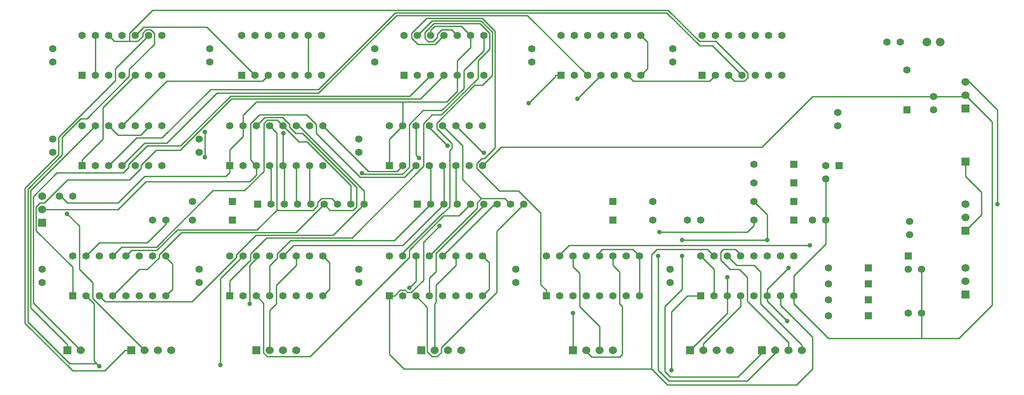
<source format=gbl>
G04 (created by PCBNEW (2013-jul-07)-stable) date Fri 23 Nov 2018 10:58:42 PM EST*
%MOIN*%
G04 Gerber Fmt 3.4, Leading zero omitted, Abs format*
%FSLAX34Y34*%
G01*
G70*
G90*
G04 APERTURE LIST*
%ADD10C,0.00590551*%
%ADD11R,0.055X0.055*%
%ADD12C,0.055*%
%ADD13R,0.06X0.06*%
%ADD14C,0.06*%
%ADD15C,0.066*%
%ADD16C,0.035*%
%ADD17C,0.01*%
G04 APERTURE END LIST*
G54D10*
G54D11*
X84500Y-46700D03*
G54D12*
X84500Y-47700D03*
X85500Y-47700D03*
G54D11*
X79300Y-39900D03*
G54D12*
X78300Y-39900D03*
X78300Y-40900D03*
G54D11*
X35600Y-42800D03*
G54D12*
X36600Y-42800D03*
X37600Y-42800D03*
X38600Y-42800D03*
X39600Y-42800D03*
X40600Y-42800D03*
X41600Y-42800D03*
X42600Y-42800D03*
X43600Y-42800D03*
G54D11*
X47600Y-42800D03*
G54D12*
X48600Y-42800D03*
X49600Y-42800D03*
X50600Y-42800D03*
X51600Y-42800D03*
X52600Y-42800D03*
X53600Y-42800D03*
X54600Y-42800D03*
X55600Y-42800D03*
X68900Y-44000D03*
X67900Y-44000D03*
X83900Y-30600D03*
X82900Y-30600D03*
X85500Y-51000D03*
X84500Y-51000D03*
X84600Y-45100D03*
X84600Y-44100D03*
X21700Y-42200D03*
X20700Y-42200D03*
X79200Y-36900D03*
X79200Y-35900D03*
X27700Y-44000D03*
X28700Y-44000D03*
X78300Y-44000D03*
X77300Y-44000D03*
G54D13*
X26100Y-53800D03*
G54D14*
X27100Y-53800D03*
X28100Y-53800D03*
X29100Y-53800D03*
G54D13*
X59300Y-53800D03*
G54D14*
X60300Y-53800D03*
X61300Y-53800D03*
X62300Y-53800D03*
G54D13*
X47900Y-53800D03*
G54D14*
X48900Y-53800D03*
X49900Y-53800D03*
X50900Y-53800D03*
G54D13*
X35500Y-53800D03*
G54D14*
X36500Y-53800D03*
X37500Y-53800D03*
X38500Y-53800D03*
G54D13*
X73500Y-53800D03*
G54D14*
X74500Y-53800D03*
X75500Y-53800D03*
X76500Y-53800D03*
G54D13*
X68100Y-53800D03*
G54D14*
X69100Y-53800D03*
X70100Y-53800D03*
X71100Y-53800D03*
G54D13*
X88800Y-49600D03*
G54D14*
X88800Y-48600D03*
X88800Y-47600D03*
G54D13*
X88800Y-35600D03*
G54D14*
X88800Y-34600D03*
X88800Y-33600D03*
G54D13*
X88800Y-44800D03*
G54D14*
X88800Y-43800D03*
X88800Y-42800D03*
G54D13*
X19400Y-44200D03*
G54D14*
X19400Y-43200D03*
X19400Y-42200D03*
G54D13*
X21300Y-53800D03*
G54D14*
X22300Y-53800D03*
G54D13*
X88800Y-39600D03*
G54D15*
X85900Y-30600D03*
X86900Y-30600D03*
G54D11*
X21700Y-49700D03*
G54D12*
X22700Y-49700D03*
X23700Y-49700D03*
X24700Y-49700D03*
X25700Y-49700D03*
X26700Y-49700D03*
X27700Y-49700D03*
X28700Y-49700D03*
X28700Y-46700D03*
X27700Y-46700D03*
X26700Y-46700D03*
X25700Y-46700D03*
X24700Y-46700D03*
X23700Y-46700D03*
X22700Y-46700D03*
X21700Y-46700D03*
G54D11*
X45500Y-49700D03*
G54D12*
X46500Y-49700D03*
X47500Y-49700D03*
X48500Y-49700D03*
X49500Y-49700D03*
X50500Y-49700D03*
X51500Y-49700D03*
X52500Y-49700D03*
X52500Y-46700D03*
X51500Y-46700D03*
X50500Y-46700D03*
X49500Y-46700D03*
X48500Y-46700D03*
X47500Y-46700D03*
X46500Y-46700D03*
X45500Y-46700D03*
G54D11*
X57300Y-49700D03*
G54D12*
X58300Y-49700D03*
X59300Y-49700D03*
X60300Y-49700D03*
X61300Y-49700D03*
X62300Y-49700D03*
X63300Y-49700D03*
X64300Y-49700D03*
X64300Y-46700D03*
X63300Y-46700D03*
X62300Y-46700D03*
X61300Y-46700D03*
X60300Y-46700D03*
X59300Y-46700D03*
X58300Y-46700D03*
X57300Y-46700D03*
G54D11*
X33500Y-49700D03*
G54D12*
X34500Y-49700D03*
X35500Y-49700D03*
X36500Y-49700D03*
X37500Y-49700D03*
X38500Y-49700D03*
X39500Y-49700D03*
X40500Y-49700D03*
X40500Y-46700D03*
X39500Y-46700D03*
X38500Y-46700D03*
X37500Y-46700D03*
X36500Y-46700D03*
X35500Y-46700D03*
X34500Y-46700D03*
X33500Y-46700D03*
G54D11*
X33500Y-39900D03*
G54D12*
X34500Y-39900D03*
X35500Y-39900D03*
X36500Y-39900D03*
X37500Y-39900D03*
X38500Y-39900D03*
X39500Y-39900D03*
X40500Y-39900D03*
X40500Y-36900D03*
X39500Y-36900D03*
X38500Y-36900D03*
X37500Y-36900D03*
X36500Y-36900D03*
X35500Y-36900D03*
X34500Y-36900D03*
X33500Y-36900D03*
G54D11*
X45500Y-39900D03*
G54D12*
X46500Y-39900D03*
X47500Y-39900D03*
X48500Y-39900D03*
X49500Y-39900D03*
X50500Y-39900D03*
X51500Y-39900D03*
X52500Y-39900D03*
X52500Y-36900D03*
X51500Y-36900D03*
X50500Y-36900D03*
X49500Y-36900D03*
X48500Y-36900D03*
X47500Y-36900D03*
X46500Y-36900D03*
X45500Y-36900D03*
G54D11*
X68900Y-49700D03*
G54D12*
X69900Y-49700D03*
X70900Y-49700D03*
X71900Y-49700D03*
X72900Y-49700D03*
X73900Y-49700D03*
X74900Y-49700D03*
X75900Y-49700D03*
X75900Y-46700D03*
X74900Y-46700D03*
X73900Y-46700D03*
X72900Y-46700D03*
X71900Y-46700D03*
X70900Y-46700D03*
X69900Y-46700D03*
X68900Y-46700D03*
G54D11*
X46600Y-33100D03*
G54D12*
X47600Y-33100D03*
X48600Y-33100D03*
X49600Y-33100D03*
X50600Y-33100D03*
X51600Y-33100D03*
X52600Y-33100D03*
X52600Y-30100D03*
X51600Y-30100D03*
X50600Y-30100D03*
X49600Y-30100D03*
X48600Y-30100D03*
X47600Y-30100D03*
X46600Y-30100D03*
G54D11*
X58400Y-33100D03*
G54D12*
X59400Y-33100D03*
X60400Y-33100D03*
X61400Y-33100D03*
X62400Y-33100D03*
X63400Y-33100D03*
X64400Y-33100D03*
X64400Y-30100D03*
X63400Y-30100D03*
X62400Y-30100D03*
X61400Y-30100D03*
X60400Y-30100D03*
X59400Y-30100D03*
X58400Y-30100D03*
G54D11*
X22400Y-33100D03*
G54D12*
X23400Y-33100D03*
X24400Y-33100D03*
X25400Y-33100D03*
X26400Y-33100D03*
X27400Y-33100D03*
X28400Y-33100D03*
X28400Y-30100D03*
X27400Y-30100D03*
X26400Y-30100D03*
X25400Y-30100D03*
X24400Y-30100D03*
X23400Y-30100D03*
X22400Y-30100D03*
G54D11*
X22400Y-39900D03*
G54D12*
X23400Y-39900D03*
X24400Y-39900D03*
X25400Y-39900D03*
X26400Y-39900D03*
X27400Y-39900D03*
X28400Y-39900D03*
X28400Y-36900D03*
X27400Y-36900D03*
X26400Y-36900D03*
X25400Y-36900D03*
X24400Y-36900D03*
X23400Y-36900D03*
X22400Y-36900D03*
G54D11*
X69000Y-33100D03*
G54D12*
X70000Y-33100D03*
X71000Y-33100D03*
X72000Y-33100D03*
X73000Y-33100D03*
X74000Y-33100D03*
X75000Y-33100D03*
X75000Y-30100D03*
X74000Y-30100D03*
X73000Y-30100D03*
X72000Y-30100D03*
X71000Y-30100D03*
X70000Y-30100D03*
X69000Y-30100D03*
G54D11*
X34400Y-33100D03*
G54D12*
X35400Y-33100D03*
X36400Y-33100D03*
X37400Y-33100D03*
X38400Y-33100D03*
X39400Y-33100D03*
X40400Y-33100D03*
X40400Y-30100D03*
X39400Y-30100D03*
X38400Y-30100D03*
X37400Y-30100D03*
X36400Y-30100D03*
X35400Y-30100D03*
X34400Y-30100D03*
G54D11*
X81500Y-48800D03*
G54D12*
X78500Y-48800D03*
G54D11*
X81500Y-50000D03*
G54D12*
X78500Y-50000D03*
G54D11*
X62300Y-44000D03*
G54D12*
X65300Y-44000D03*
G54D11*
X75900Y-39800D03*
G54D12*
X72900Y-39800D03*
G54D11*
X75900Y-41200D03*
G54D12*
X72900Y-41200D03*
G54D11*
X62300Y-42600D03*
G54D12*
X65300Y-42600D03*
G54D11*
X75900Y-44000D03*
G54D12*
X72900Y-44000D03*
G54D11*
X75900Y-42600D03*
G54D12*
X72900Y-42600D03*
G54D11*
X81500Y-51200D03*
G54D12*
X78500Y-51200D03*
G54D11*
X81500Y-47600D03*
G54D12*
X78500Y-47600D03*
G54D11*
X33700Y-44000D03*
G54D12*
X30700Y-44000D03*
G54D11*
X84400Y-35700D03*
G54D12*
X84400Y-32700D03*
G54D11*
X33700Y-42600D03*
G54D12*
X30700Y-42600D03*
X32000Y-31100D03*
X32000Y-32100D03*
X66600Y-47700D03*
X66600Y-48700D03*
X55000Y-47700D03*
X55000Y-48700D03*
X56200Y-31100D03*
X56200Y-32100D03*
X20200Y-31100D03*
X20200Y-32100D03*
X19400Y-47700D03*
X19400Y-48700D03*
X43200Y-37900D03*
X43200Y-38900D03*
X66800Y-31100D03*
X66800Y-32100D03*
X44400Y-31100D03*
X44400Y-32100D03*
X86400Y-35700D03*
X86400Y-34700D03*
X31200Y-47700D03*
X31200Y-48700D03*
X43200Y-47700D03*
X43200Y-48700D03*
X31200Y-37900D03*
X31200Y-38900D03*
X20200Y-37900D03*
X20200Y-38900D03*
G54D16*
X47000Y-49100D03*
X35000Y-50300D03*
X59655Y-34844D03*
X21291Y-43525D03*
X23700Y-55000D03*
X73900Y-45500D03*
X67500Y-46700D03*
X67500Y-45500D03*
X65800Y-44900D03*
X65700Y-46700D03*
X70900Y-48300D03*
X75400Y-51600D03*
X75500Y-47600D03*
X59300Y-51000D03*
X91200Y-42800D03*
X66700Y-55300D03*
X32800Y-54900D03*
X31637Y-37344D03*
X31637Y-39244D03*
X52598Y-38933D03*
X49882Y-38400D03*
X47738Y-39319D03*
X55981Y-35180D03*
X37548Y-37460D03*
X77100Y-45900D03*
X49280Y-44441D03*
X43457Y-40448D03*
G54D17*
X69900Y-47700D02*
X68900Y-46700D01*
X69900Y-49700D02*
X69900Y-47700D01*
X50500Y-47400D02*
X50500Y-46700D01*
X49000Y-48900D02*
X50500Y-47400D01*
X49000Y-50200D02*
X49000Y-48900D01*
X48900Y-50300D02*
X49000Y-50200D01*
X48900Y-53800D02*
X48900Y-50300D01*
X47500Y-48600D02*
X47500Y-46700D01*
X47000Y-49100D02*
X47500Y-48600D01*
X38500Y-47400D02*
X38500Y-46700D01*
X37000Y-48900D02*
X38500Y-47400D01*
X37000Y-50300D02*
X37000Y-48900D01*
X36500Y-50800D02*
X37000Y-50300D01*
X36500Y-53800D02*
X36500Y-50800D01*
X35500Y-46900D02*
X35500Y-46700D01*
X35000Y-47400D02*
X35500Y-46900D01*
X35000Y-50300D02*
X35000Y-47400D01*
X24900Y-32600D02*
X27400Y-30100D01*
X24900Y-33477D02*
X24900Y-32600D01*
X20634Y-37743D02*
X24900Y-33477D01*
X20634Y-39073D02*
X20634Y-37743D01*
X18124Y-41582D02*
X20634Y-39073D01*
X18124Y-51746D02*
X18124Y-41582D01*
X21717Y-55339D02*
X18124Y-51746D01*
X24110Y-55339D02*
X21717Y-55339D01*
X25649Y-53800D02*
X24110Y-55339D01*
X26100Y-53800D02*
X25649Y-53800D01*
X61400Y-33100D02*
X59655Y-34844D01*
X22200Y-44433D02*
X21291Y-43525D01*
X22200Y-47696D02*
X22200Y-44433D01*
X23200Y-48696D02*
X22200Y-47696D01*
X23200Y-49900D02*
X23200Y-48696D01*
X27100Y-53800D02*
X23200Y-49900D01*
X23700Y-55000D02*
X23500Y-54800D01*
X23300Y-50300D02*
X22700Y-49700D01*
X23300Y-54600D02*
X23300Y-50300D01*
X23500Y-54800D02*
X23300Y-54600D01*
X71439Y-33539D02*
X71000Y-33100D01*
X72180Y-33539D02*
X71439Y-33539D01*
X72433Y-33287D02*
X72180Y-33539D01*
X72433Y-32914D02*
X72433Y-33287D01*
X70047Y-30529D02*
X72433Y-32914D01*
X68799Y-30529D02*
X70047Y-30529D01*
X66455Y-28185D02*
X68799Y-30529D01*
X27712Y-28185D02*
X66455Y-28185D01*
X25963Y-29933D02*
X27712Y-28185D01*
X25963Y-30535D02*
X25963Y-29933D01*
X26581Y-30535D02*
X25963Y-30535D01*
X26974Y-30142D02*
X26581Y-30535D01*
X26974Y-29923D02*
X26974Y-30142D01*
X27223Y-29674D02*
X26974Y-29923D01*
X27576Y-29674D02*
X27223Y-29674D01*
X27825Y-29923D02*
X27576Y-29674D01*
X27825Y-30757D02*
X27825Y-29923D01*
X25950Y-32631D02*
X27825Y-30757D01*
X25950Y-33169D02*
X25950Y-32631D01*
X22761Y-36358D02*
X25950Y-33169D01*
X22316Y-36358D02*
X22761Y-36358D01*
X20917Y-37757D02*
X22316Y-36358D01*
X20917Y-39072D02*
X20917Y-37757D01*
X18325Y-41665D02*
X20917Y-39072D01*
X18325Y-51650D02*
X18325Y-41665D01*
X21475Y-54800D02*
X18325Y-51650D01*
X23500Y-54800D02*
X21475Y-54800D01*
X24835Y-30535D02*
X24400Y-30100D01*
X25963Y-30535D02*
X24835Y-30535D01*
X21300Y-53800D02*
X21300Y-53349D01*
X18529Y-41770D02*
X23400Y-36900D01*
X18529Y-50579D02*
X18529Y-41770D01*
X21300Y-53349D02*
X18529Y-50579D01*
X47046Y-34653D02*
X48600Y-33100D01*
X33561Y-34653D02*
X47046Y-34653D01*
X29809Y-38406D02*
X33561Y-34653D01*
X27292Y-38406D02*
X29809Y-38406D01*
X25900Y-39798D02*
X27292Y-38406D01*
X25900Y-40028D02*
X25900Y-39798D01*
X25496Y-40432D02*
X25900Y-40028D01*
X20519Y-40432D02*
X25496Y-40432D01*
X18741Y-42210D02*
X20519Y-40432D01*
X18741Y-50241D02*
X18741Y-42210D01*
X22300Y-53800D02*
X18741Y-50241D01*
X67500Y-45500D02*
X73900Y-45500D01*
X73500Y-54000D02*
X73500Y-53800D01*
X71700Y-55800D02*
X73500Y-54000D01*
X66600Y-55800D02*
X71700Y-55800D01*
X66200Y-55400D02*
X66600Y-55800D01*
X66200Y-50500D02*
X66200Y-55400D01*
X67500Y-49200D02*
X66200Y-50500D01*
X67500Y-46700D02*
X67500Y-49200D01*
X73900Y-43600D02*
X73900Y-45500D01*
X72900Y-42600D02*
X73900Y-43600D01*
X72900Y-44400D02*
X72900Y-44000D01*
X72400Y-44900D02*
X72900Y-44400D01*
X65800Y-44900D02*
X72400Y-44900D01*
X65700Y-55300D02*
X65700Y-46700D01*
X66500Y-56100D02*
X65700Y-55300D01*
X72400Y-56100D02*
X66500Y-56100D01*
X74500Y-54000D02*
X72400Y-56100D01*
X74500Y-53800D02*
X74500Y-54000D01*
X75500Y-53200D02*
X75500Y-53800D01*
X72400Y-50100D02*
X75500Y-53200D01*
X72400Y-48300D02*
X72400Y-50100D01*
X71800Y-47700D02*
X72400Y-48300D01*
X71100Y-47700D02*
X71800Y-47700D01*
X70400Y-47000D02*
X71100Y-47700D01*
X70400Y-46400D02*
X70400Y-47000D01*
X70600Y-46200D02*
X70400Y-46400D01*
X71500Y-46200D02*
X70600Y-46200D01*
X71900Y-46600D02*
X71500Y-46200D01*
X71900Y-46700D02*
X71900Y-46600D01*
X71600Y-47400D02*
X70900Y-46700D01*
X72900Y-47400D02*
X71600Y-47400D01*
X73400Y-47900D02*
X72900Y-47400D01*
X73400Y-50300D02*
X73400Y-47900D01*
X76500Y-53400D02*
X73400Y-50300D01*
X76500Y-53800D02*
X76500Y-53400D01*
X70900Y-51000D02*
X70900Y-49700D01*
X68100Y-53800D02*
X70900Y-51000D01*
X70900Y-48300D02*
X70900Y-49700D01*
X71900Y-50500D02*
X71900Y-49700D01*
X69100Y-53300D02*
X71900Y-50500D01*
X69100Y-53800D02*
X69100Y-53300D01*
X73900Y-50100D02*
X73900Y-49700D01*
X75400Y-51600D02*
X73900Y-50100D01*
X73900Y-49200D02*
X73900Y-49700D01*
X75500Y-47600D02*
X73900Y-49200D01*
X59300Y-51000D02*
X59300Y-53800D01*
X62300Y-47400D02*
X62300Y-46700D01*
X62800Y-47900D02*
X62300Y-47400D01*
X62800Y-50300D02*
X62800Y-47900D01*
X63000Y-50500D02*
X62800Y-50300D01*
X63000Y-54100D02*
X63000Y-50500D01*
X62800Y-54300D02*
X63000Y-54100D01*
X60700Y-54300D02*
X62800Y-54300D01*
X60300Y-53900D02*
X60700Y-54300D01*
X60300Y-53800D02*
X60300Y-53900D01*
X59300Y-47500D02*
X59300Y-46700D01*
X59800Y-48000D02*
X59300Y-47500D01*
X59800Y-50500D02*
X59800Y-48000D01*
X61300Y-52000D02*
X59800Y-50500D01*
X61300Y-53800D02*
X61300Y-52000D01*
X91200Y-35700D02*
X91200Y-42800D01*
X89100Y-33600D02*
X91200Y-35700D01*
X88800Y-33600D02*
X89100Y-33600D01*
X35500Y-40600D02*
X35500Y-39900D01*
X35000Y-41100D02*
X35500Y-40600D01*
X27200Y-41100D02*
X35000Y-41100D01*
X25100Y-43200D02*
X27200Y-41100D01*
X19400Y-43200D02*
X25100Y-43200D01*
X46626Y-40773D02*
X47500Y-39900D01*
X43322Y-40773D02*
X46626Y-40773D01*
X40000Y-37450D02*
X43322Y-40773D01*
X40000Y-36781D02*
X40000Y-37450D01*
X39266Y-36047D02*
X40000Y-36781D01*
X35737Y-36047D02*
X39266Y-36047D01*
X35071Y-36713D02*
X35737Y-36047D01*
X35071Y-39471D02*
X35071Y-36713D01*
X35500Y-39900D02*
X35071Y-39471D01*
X66700Y-50900D02*
X66700Y-55300D01*
X67900Y-49700D02*
X66700Y-50900D01*
X68900Y-49700D02*
X67900Y-49700D01*
X32800Y-48400D02*
X34500Y-46700D01*
X32800Y-54900D02*
X32800Y-48400D01*
X90000Y-43600D02*
X88800Y-44800D01*
X90000Y-41900D02*
X90000Y-43600D01*
X88800Y-40700D02*
X90000Y-41900D01*
X88800Y-39600D02*
X88800Y-40700D01*
X64300Y-46700D02*
X64300Y-49700D01*
X63800Y-46200D02*
X64300Y-46700D01*
X61500Y-46200D02*
X63800Y-46200D01*
X61300Y-46400D02*
X61500Y-46200D01*
X61300Y-46700D02*
X61300Y-46400D01*
X75900Y-48200D02*
X75900Y-49700D01*
X78300Y-45800D02*
X75900Y-48200D01*
X78300Y-44000D02*
X78300Y-45800D01*
X78300Y-40900D02*
X78300Y-44000D01*
X88700Y-34700D02*
X88800Y-34600D01*
X86400Y-34700D02*
X88700Y-34700D01*
X78500Y-52900D02*
X85500Y-52900D01*
X75900Y-50300D02*
X78500Y-52900D01*
X75900Y-49700D02*
X75900Y-50300D01*
X90800Y-36600D02*
X88800Y-34600D01*
X90800Y-50400D02*
X90800Y-36600D01*
X88300Y-52900D02*
X90800Y-50400D01*
X85500Y-52900D02*
X88300Y-52900D01*
X77300Y-34700D02*
X86400Y-34700D01*
X73500Y-38500D02*
X77300Y-34700D01*
X53900Y-38500D02*
X73500Y-38500D01*
X52500Y-39900D02*
X53900Y-38500D01*
X53000Y-49200D02*
X52500Y-49700D01*
X53000Y-47200D02*
X53000Y-49200D01*
X52500Y-46700D02*
X53000Y-47200D01*
X41000Y-49200D02*
X40500Y-49700D01*
X41000Y-47200D02*
X41000Y-49200D01*
X40500Y-46700D02*
X41000Y-47200D01*
X29200Y-49200D02*
X28700Y-49700D01*
X29200Y-47300D02*
X29200Y-49200D01*
X28700Y-46800D02*
X29200Y-47300D01*
X28700Y-46700D02*
X28700Y-46800D01*
X64900Y-30600D02*
X64400Y-30100D01*
X64900Y-32600D02*
X64900Y-30600D01*
X64400Y-33100D02*
X64900Y-32600D01*
X39400Y-33100D02*
X39400Y-30100D01*
X85500Y-47700D02*
X85500Y-51000D01*
X85500Y-51000D02*
X85500Y-52900D01*
X41051Y-43251D02*
X40600Y-42800D01*
X42777Y-43251D02*
X41051Y-43251D01*
X43033Y-42995D02*
X42777Y-43251D01*
X43033Y-41536D02*
X43033Y-42995D01*
X38967Y-37470D02*
X43033Y-41536D01*
X38466Y-37470D02*
X38967Y-37470D01*
X38000Y-37004D02*
X38466Y-37470D01*
X38000Y-36789D02*
X38000Y-37004D01*
X37478Y-36267D02*
X38000Y-36789D01*
X36132Y-36267D02*
X37478Y-36267D01*
X35500Y-36900D02*
X36132Y-36267D01*
X26696Y-47703D02*
X24700Y-49700D01*
X27310Y-47703D02*
X26696Y-47703D01*
X28200Y-46814D02*
X27310Y-47703D01*
X28200Y-46591D02*
X28200Y-46814D01*
X29871Y-44919D02*
X28200Y-46591D01*
X38480Y-44919D02*
X29871Y-44919D01*
X40600Y-42800D02*
X38480Y-44919D01*
X39500Y-42700D02*
X39600Y-42800D01*
X39500Y-39900D02*
X39500Y-42700D01*
X38500Y-42700D02*
X38500Y-39900D01*
X38600Y-42800D02*
X38500Y-42700D01*
X31637Y-39244D02*
X31637Y-37344D01*
X48350Y-50550D02*
X47500Y-49700D01*
X48350Y-53902D02*
X48350Y-50550D01*
X48713Y-54266D02*
X48350Y-53902D01*
X49078Y-54266D02*
X48713Y-54266D01*
X49400Y-53944D02*
X49078Y-54266D01*
X49400Y-53599D02*
X49400Y-53944D01*
X53562Y-49437D02*
X49400Y-53599D01*
X53562Y-44837D02*
X53562Y-49437D01*
X55600Y-42800D02*
X53562Y-44837D01*
X52533Y-38933D02*
X52598Y-38933D01*
X50500Y-36900D02*
X52533Y-38933D01*
X54160Y-42360D02*
X52423Y-42360D01*
X54600Y-42800D02*
X54160Y-42360D01*
X52100Y-43100D02*
X48500Y-46700D01*
X52100Y-42684D02*
X52100Y-43100D01*
X52423Y-42360D02*
X52100Y-42684D01*
X51000Y-40936D02*
X52423Y-42360D01*
X51000Y-38400D02*
X51000Y-40936D01*
X49500Y-36900D02*
X51000Y-38400D01*
X53400Y-42800D02*
X49500Y-46700D01*
X53600Y-42800D02*
X53400Y-42800D01*
X48500Y-37017D02*
X49882Y-38400D01*
X48500Y-36900D02*
X48500Y-37017D01*
X47500Y-39080D02*
X47738Y-39319D01*
X47500Y-36900D02*
X47500Y-39080D01*
X48500Y-48362D02*
X48500Y-49700D01*
X49000Y-47862D02*
X48500Y-48362D01*
X49000Y-46483D02*
X49000Y-47862D01*
X52600Y-42883D02*
X49000Y-46483D01*
X52600Y-42800D02*
X52600Y-42883D01*
X36043Y-50243D02*
X35500Y-49700D01*
X36043Y-53982D02*
X36043Y-50243D01*
X36325Y-54264D02*
X36043Y-53982D01*
X39541Y-54264D02*
X36325Y-54264D01*
X47000Y-46805D02*
X39541Y-54264D01*
X47000Y-46253D02*
X47000Y-46805D01*
X49585Y-43668D02*
X47000Y-46253D01*
X50731Y-43668D02*
X49585Y-43668D01*
X51600Y-42800D02*
X50731Y-43668D01*
X50500Y-42700D02*
X50500Y-39900D01*
X50600Y-42800D02*
X50500Y-42700D01*
X49600Y-40000D02*
X49600Y-42800D01*
X49500Y-39900D02*
X49600Y-40000D01*
X46519Y-45880D02*
X49600Y-42800D01*
X38319Y-45880D02*
X46519Y-45880D01*
X37500Y-46700D02*
X38319Y-45880D01*
X41171Y-42371D02*
X41600Y-42800D01*
X40399Y-42371D02*
X41171Y-42371D01*
X40100Y-42671D02*
X40399Y-42371D01*
X40100Y-42901D02*
X40100Y-42671D01*
X39759Y-43242D02*
X40100Y-42901D01*
X37025Y-43242D02*
X39759Y-43242D01*
X37025Y-37425D02*
X37025Y-43242D01*
X36500Y-36900D02*
X37025Y-37425D01*
X26125Y-46274D02*
X25700Y-46700D01*
X28018Y-46274D02*
X26125Y-46274D01*
X29574Y-44719D02*
X28018Y-46274D01*
X35548Y-44719D02*
X29574Y-44719D01*
X37025Y-43242D02*
X35548Y-44719D01*
X38697Y-38097D02*
X37500Y-36900D01*
X39306Y-38097D02*
X38697Y-38097D01*
X42600Y-41390D02*
X39306Y-38097D01*
X42600Y-42800D02*
X42600Y-41390D01*
X25383Y-46016D02*
X24700Y-46700D01*
X27993Y-46016D02*
X25383Y-46016D01*
X32243Y-41766D02*
X27993Y-46016D01*
X34617Y-41766D02*
X32243Y-41766D01*
X36060Y-40324D02*
X34617Y-41766D01*
X36060Y-36729D02*
X36060Y-40324D01*
X36321Y-36467D02*
X36060Y-36729D01*
X37067Y-36467D02*
X36321Y-36467D01*
X37500Y-36900D02*
X37067Y-36467D01*
X43600Y-41783D02*
X43600Y-42800D01*
X38716Y-36900D02*
X43600Y-41783D01*
X38500Y-36900D02*
X38716Y-36900D01*
X24132Y-50132D02*
X23700Y-49700D01*
X30671Y-50132D02*
X24132Y-50132D01*
X34000Y-46804D02*
X30671Y-50132D01*
X34000Y-46588D02*
X34000Y-46804D01*
X35469Y-45119D02*
X34000Y-46588D01*
X41280Y-45119D02*
X35469Y-45119D01*
X43600Y-42800D02*
X41280Y-45119D01*
X57300Y-49700D02*
X57300Y-49274D01*
X56874Y-48849D02*
X57300Y-49274D01*
X56874Y-43466D02*
X56874Y-48849D01*
X55200Y-41792D02*
X56874Y-43466D01*
X53778Y-41792D02*
X55200Y-41792D01*
X52074Y-40087D02*
X53778Y-41792D01*
X52074Y-39715D02*
X52074Y-40087D01*
X52441Y-39348D02*
X52074Y-39715D01*
X52643Y-39348D02*
X52441Y-39348D01*
X53436Y-38555D02*
X52643Y-39348D01*
X53436Y-29753D02*
X53436Y-38555D01*
X52470Y-28786D02*
X53436Y-29753D01*
X48309Y-28786D02*
X52470Y-28786D01*
X47166Y-29929D02*
X48309Y-28786D01*
X47166Y-30281D02*
X47166Y-29929D01*
X47627Y-30742D02*
X47166Y-30281D01*
X48957Y-30742D02*
X47627Y-30742D01*
X49600Y-30100D02*
X48957Y-30742D01*
X33500Y-48574D02*
X33500Y-49700D01*
X35070Y-47003D02*
X33500Y-48574D01*
X35070Y-46527D02*
X35070Y-47003D01*
X36278Y-45319D02*
X35070Y-46527D01*
X42695Y-45319D02*
X36278Y-45319D01*
X48074Y-39940D02*
X42695Y-45319D01*
X48074Y-36714D02*
X48074Y-39940D01*
X48720Y-36068D02*
X48074Y-36714D01*
X49400Y-36068D02*
X48720Y-36068D01*
X52159Y-33309D02*
X49400Y-36068D01*
X52159Y-31988D02*
X52159Y-33309D01*
X53036Y-31111D02*
X52159Y-31988D01*
X53036Y-29920D02*
X53036Y-31111D01*
X52303Y-29187D02*
X53036Y-29920D01*
X48825Y-29187D02*
X52303Y-29187D01*
X48166Y-29845D02*
X48825Y-29187D01*
X48166Y-30288D02*
X48166Y-29845D01*
X48420Y-30542D02*
X48166Y-30288D01*
X48768Y-30542D02*
X48420Y-30542D01*
X49100Y-30210D02*
X48768Y-30542D01*
X49100Y-29997D02*
X49100Y-30210D01*
X49437Y-29660D02*
X49100Y-29997D01*
X50160Y-29660D02*
X49437Y-29660D01*
X50600Y-30100D02*
X50160Y-29660D01*
X36600Y-40000D02*
X36600Y-42800D01*
X36500Y-39900D02*
X36600Y-40000D01*
X48600Y-40000D02*
X48600Y-42800D01*
X48500Y-39900D02*
X48600Y-40000D01*
X36500Y-47425D02*
X36500Y-49700D01*
X37070Y-46854D02*
X36500Y-47425D01*
X37070Y-46527D02*
X37070Y-46854D01*
X38078Y-45520D02*
X37070Y-46527D01*
X45879Y-45520D02*
X38078Y-45520D01*
X48600Y-42800D02*
X45879Y-45520D01*
X23400Y-30100D02*
X23400Y-33100D01*
X63826Y-33526D02*
X63400Y-33100D01*
X69573Y-33526D02*
X63826Y-33526D01*
X70000Y-33100D02*
X69573Y-33526D01*
X47846Y-34853D02*
X49600Y-33100D01*
X33644Y-34853D02*
X47846Y-34853D01*
X29777Y-38720D02*
X33644Y-34853D01*
X27970Y-38720D02*
X29777Y-38720D01*
X26829Y-39861D02*
X27970Y-38720D01*
X26829Y-40086D02*
X26829Y-39861D01*
X25966Y-40948D02*
X26829Y-40086D01*
X21324Y-40948D02*
X25966Y-40948D01*
X19572Y-42700D02*
X21324Y-40948D01*
X19240Y-42700D02*
X19572Y-42700D01*
X18941Y-42998D02*
X19240Y-42700D01*
X18941Y-44777D02*
X18941Y-42998D01*
X21700Y-47535D02*
X18941Y-44777D01*
X21700Y-49700D02*
X21700Y-47535D01*
X27400Y-37000D02*
X27400Y-36900D01*
X26800Y-37600D02*
X27400Y-37000D01*
X25100Y-37600D02*
X26800Y-37600D01*
X24400Y-36900D02*
X25100Y-37600D01*
X43925Y-40325D02*
X40500Y-36900D01*
X46074Y-40325D02*
X43925Y-40325D01*
X46500Y-39900D02*
X46074Y-40325D01*
X37600Y-40000D02*
X37500Y-39900D01*
X37600Y-42800D02*
X37600Y-40000D01*
X57974Y-33187D02*
X55981Y-35180D01*
X57974Y-33100D02*
X57974Y-33187D01*
X37500Y-37508D02*
X37548Y-37460D01*
X37500Y-39900D02*
X37500Y-37508D01*
X58400Y-33100D02*
X57974Y-33100D01*
X28774Y-33525D02*
X25400Y-36900D01*
X35974Y-33525D02*
X28774Y-33525D01*
X36400Y-33100D02*
X35974Y-33525D01*
X27025Y-29474D02*
X26400Y-30100D01*
X31774Y-29474D02*
X27025Y-29474D01*
X35400Y-33100D02*
X31774Y-29474D01*
X69774Y-30874D02*
X72000Y-33100D01*
X68828Y-30874D02*
X69774Y-30874D01*
X66338Y-28385D02*
X68828Y-30874D01*
X45930Y-28385D02*
X66338Y-28385D01*
X40161Y-34153D02*
X45930Y-28385D01*
X32065Y-34153D02*
X40161Y-34153D01*
X28419Y-37800D02*
X32065Y-34153D01*
X26499Y-37800D02*
X28419Y-37800D01*
X24400Y-39900D02*
X26499Y-37800D01*
X23974Y-37900D02*
X22400Y-39474D01*
X23974Y-35525D02*
X23974Y-37900D01*
X26400Y-33100D02*
X23974Y-35525D01*
X22400Y-39900D02*
X22400Y-39474D01*
X27094Y-38205D02*
X25400Y-39900D01*
X28766Y-38205D02*
X27094Y-38205D01*
X32542Y-34429D02*
X28766Y-38205D01*
X40182Y-34429D02*
X32542Y-34429D01*
X46026Y-28585D02*
X40182Y-34429D01*
X55885Y-28585D02*
X46026Y-28585D01*
X60400Y-33100D02*
X55885Y-28585D01*
X46500Y-46470D02*
X46500Y-46700D01*
X49502Y-43468D02*
X46500Y-46470D01*
X49556Y-43468D02*
X49502Y-43468D01*
X50039Y-42985D02*
X49556Y-43468D01*
X50039Y-38761D02*
X50039Y-42985D01*
X50214Y-38586D02*
X50039Y-38761D01*
X50214Y-38235D02*
X50214Y-38586D01*
X49073Y-37094D02*
X50214Y-38235D01*
X49073Y-36678D02*
X49073Y-37094D01*
X51923Y-33828D02*
X49073Y-36678D01*
X52495Y-33828D02*
X51923Y-33828D01*
X53236Y-33086D02*
X52495Y-33828D01*
X53236Y-29837D02*
X53236Y-33086D01*
X52386Y-28986D02*
X53236Y-29837D01*
X48713Y-28986D02*
X52386Y-28986D01*
X47600Y-30100D02*
X48713Y-28986D01*
X58300Y-46600D02*
X58300Y-46700D01*
X59000Y-45900D02*
X58300Y-46600D01*
X77100Y-45900D02*
X59000Y-45900D01*
X51600Y-31000D02*
X51600Y-30100D01*
X50600Y-32000D02*
X51600Y-31000D01*
X50600Y-33100D02*
X50600Y-32000D01*
X50900Y-29400D02*
X51600Y-30100D01*
X48900Y-29400D02*
X50900Y-29400D01*
X48600Y-29700D02*
X48900Y-29400D01*
X48600Y-30100D02*
X48600Y-29700D01*
X34500Y-37700D02*
X34500Y-36900D01*
X33500Y-38700D02*
X34500Y-37700D01*
X33500Y-39900D02*
X33500Y-38700D01*
X33500Y-40400D02*
X33500Y-39900D01*
X33200Y-40700D02*
X33500Y-40400D01*
X27100Y-40700D02*
X33200Y-40700D01*
X25100Y-42700D02*
X27100Y-40700D01*
X21300Y-42700D02*
X25100Y-42700D01*
X20800Y-42200D02*
X21300Y-42700D01*
X20700Y-42200D02*
X20800Y-42200D01*
X69400Y-46200D02*
X69900Y-46700D01*
X65600Y-46200D02*
X69400Y-46200D01*
X65200Y-46600D02*
X65600Y-46200D01*
X65200Y-55200D02*
X65200Y-46600D01*
X66400Y-56400D02*
X65200Y-55200D01*
X76100Y-56400D02*
X66400Y-56400D01*
X77300Y-55200D02*
X76100Y-56400D01*
X77300Y-52800D02*
X77300Y-55200D01*
X74900Y-50400D02*
X77300Y-52800D01*
X74900Y-49700D02*
X74900Y-50400D01*
X46500Y-35100D02*
X46600Y-35100D01*
X35500Y-35100D02*
X46500Y-35100D01*
X34500Y-36100D02*
X35500Y-35100D01*
X34500Y-36900D02*
X34500Y-36100D01*
X46500Y-35100D02*
X46600Y-35100D01*
X50600Y-34300D02*
X50600Y-33100D01*
X49800Y-35100D02*
X50600Y-34300D01*
X46600Y-35100D02*
X49800Y-35100D01*
X45500Y-37900D02*
X45500Y-39900D01*
X46500Y-36900D02*
X45500Y-37900D01*
X46600Y-55200D02*
X65200Y-55200D01*
X45500Y-54100D02*
X46600Y-55200D01*
X45500Y-49700D02*
X45500Y-54100D01*
X46500Y-36900D02*
X46500Y-35100D01*
X45500Y-49700D02*
X45925Y-49700D01*
X45925Y-49646D02*
X45925Y-49700D01*
X46297Y-49274D02*
X45925Y-49646D01*
X46695Y-49274D02*
X46297Y-49274D01*
X46856Y-49435D02*
X46695Y-49274D01*
X47143Y-49435D02*
X46856Y-49435D01*
X48058Y-48520D02*
X47143Y-49435D01*
X48058Y-45663D02*
X48058Y-48520D01*
X49280Y-44441D02*
X48058Y-45663D01*
X23700Y-45700D02*
X22700Y-46700D01*
X27300Y-45700D02*
X23700Y-45700D01*
X28700Y-44300D02*
X27300Y-45700D01*
X28700Y-44000D02*
X28700Y-44300D01*
X43546Y-40537D02*
X43457Y-40448D01*
X46484Y-40537D02*
X43546Y-40537D01*
X47000Y-40022D02*
X46484Y-40537D01*
X47000Y-36785D02*
X47000Y-40022D01*
X48055Y-35729D02*
X47000Y-36785D01*
X49456Y-35729D02*
X48055Y-35729D01*
X51100Y-34085D02*
X49456Y-35729D01*
X51100Y-32730D02*
X51100Y-34085D01*
X52600Y-31230D02*
X51100Y-32730D01*
X52600Y-30100D02*
X52600Y-31230D01*
M02*

</source>
